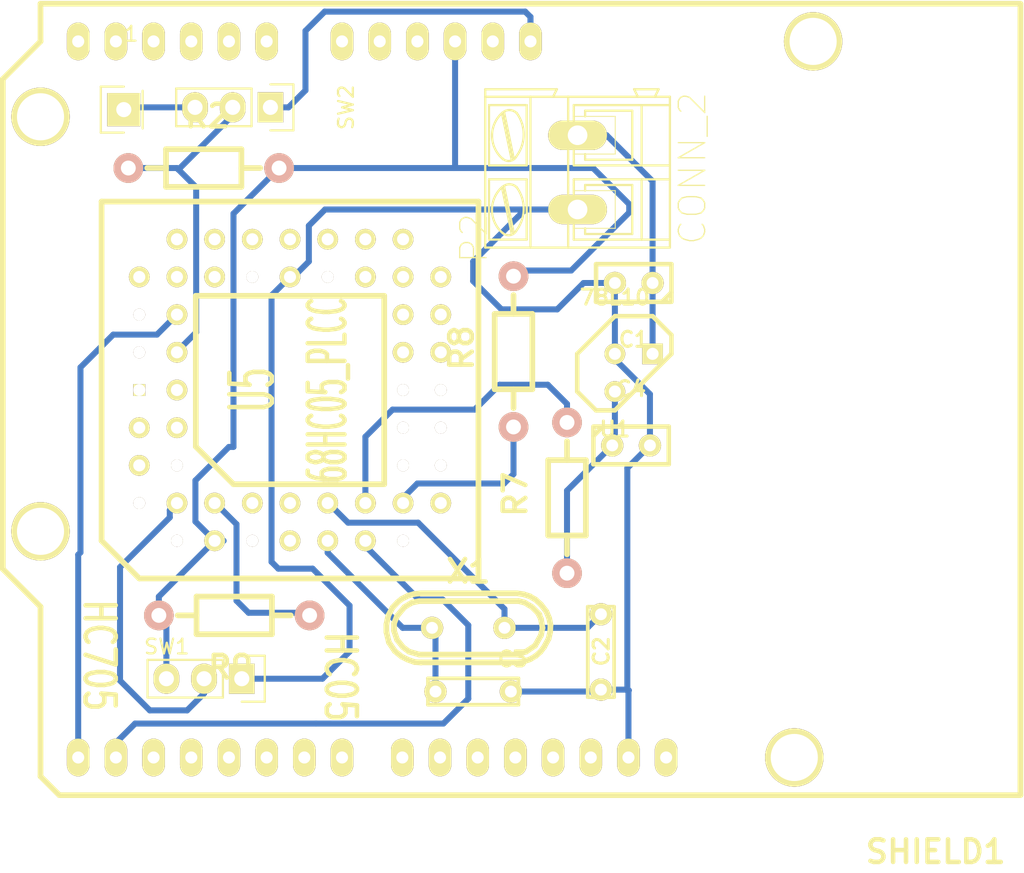
<source format=kicad_pcb>
(kicad_pcb (version 4) (host pcbnew 0.201503020946+5465~21~ubuntu14.04.1-product)

  (general
    (links 33)
    (no_connects 2)
    (area 106.997499 75.2642 176.526 134.3914)
    (thickness 1.6002)
    (drawings 2)
    (tracks 151)
    (zones 0)
    (modules 16)
    (nets 16)
  )

  (page A4)
  (title_block
    (date "25 jun 2014")
  )

  (layers
    (0 Front signal)
    (31 Back signal)
    (32 B.Adhes user)
    (33 F.Adhes user)
    (34 B.Paste user)
    (35 F.Paste user)
    (36 B.SilkS user)
    (37 F.SilkS user)
    (38 B.Mask user)
    (39 F.Mask user)
    (40 Dwgs.User user)
    (41 Cmts.User user)
    (42 Eco1.User user)
    (43 Eco2.User user)
    (44 Edge.Cuts user)
  )

  (setup
    (last_trace_width 0.40386)
    (trace_clearance 0.254)
    (zone_clearance 0.128)
    (zone_45_only yes)
    (trace_min 0.2032)
    (segment_width 0.381)
    (edge_width 0.381)
    (via_size 2.4)
    (via_drill 1.2)
    (via_min_size 0.889)
    (via_min_drill 0.508)
    (uvia_size 2.4)
    (uvia_drill 1.2)
    (uvias_allowed no)
    (uvia_min_size 0.508)
    (uvia_min_drill 0.127)
    (pcb_text_width 0.3048)
    (pcb_text_size 1.524 2.032)
    (mod_edge_width 0.381)
    (mod_text_size 1.524 1.524)
    (mod_text_width 0.3048)
    (pad_size 0.8 0.8)
    (pad_drill 0.8)
    (pad_to_mask_clearance 0.254)
    (aux_axis_origin 0 0)
    (visible_elements FFFFFF7F)
    (pcbplotparams
      (layerselection 0x00030_80000001)
      (usegerberextensions true)
      (excludeedgelayer true)
      (linewidth 0.150000)
      (plotframeref false)
      (viasonmask false)
      (mode 1)
      (useauxorigin false)
      (hpglpennumber 1)
      (hpglpenspeed 20)
      (hpglpendiameter 15)
      (hpglpenoverlay 0)
      (psnegative false)
      (psa4output false)
      (plotreference true)
      (plotvalue true)
      (plotinvisibletext false)
      (padsonsilk false)
      (subtractmaskfromsilk false)
      (outputformat 1)
      (mirror false)
      (drillshape 1)
      (scaleselection 1)
      (outputdirectory ""))
  )

  (net 0 "")
  (net 1 +10V)
  (net 2 +5V)
  (net 3 GND)
  (net 4 Reset)
  (net 5 Rx)
  (net 6 "Net-(C1-Pad1)")
  (net 7 "Net-(C2-Pad2)")
  (net 8 "Net-(C3-Pad2)")
  (net 9 "Net-(R7-Pad2)")
  (net 10 "Net-(R8-Pad1)")
  (net 11 "Net-(R9-Pad1)")
  (net 12 "Net-(SW1-Pad2)")
  (net 13 "Net-(P1-Pad1)")
  (net 14 arduino_reset)
  (net 15 TX)

  (net_class Default "This is the default net class."
    (clearance 0.254)
    (trace_width 0.40386)
    (via_dia 2.4)
    (via_drill 1.2)
    (uvia_dia 2.4)
    (uvia_drill 1.2)
    (add_net +10V)
    (add_net +5V)
    (add_net GND)
    (add_net "Net-(C1-Pad1)")
    (add_net "Net-(C2-Pad2)")
    (add_net "Net-(C3-Pad2)")
    (add_net "Net-(P1-Pad1)")
    (add_net "Net-(R7-Pad2)")
    (add_net "Net-(R8-Pad1)")
    (add_net "Net-(R9-Pad1)")
    (add_net "Net-(SW1-Pad2)")
    (add_net Reset)
    (add_net Rx)
    (add_net TX)
    (add_net arduino_reset)
  )

  (module Capacitors_ThroughHole:Capacitor3MMDiscRM2.5 (layer Front) (tedit 542EA908) (tstamp 542EA9A8)
    (at 149.9616 94.5896 180)
    (descr Capacitor3MMDiscRM2.5)
    (tags C)
    (path /52DAF214)
    (fp_text reference C1 (at 0 -3.81 180) (layer F.SilkS)
      (effects (font (size 1.016 1.016) (thickness 0.2032)))
    )
    (fp_text value 100n (at 0 -2.286 180) (layer F.SilkS) hide
      (effects (font (size 1.016 1.016) (thickness 0.2032)))
    )
    (fp_line (start -2.4892 -1.27) (end 2.54 -1.27) (layer F.SilkS) (width 0.3048))
    (fp_line (start 2.54 -1.27) (end 2.54 1.27) (layer F.SilkS) (width 0.3048))
    (fp_line (start 2.54 1.27) (end -2.54 1.27) (layer F.SilkS) (width 0.3048))
    (fp_line (start -2.54 1.27) (end -2.54 -1.27) (layer F.SilkS) (width 0.3048))
    (fp_line (start -2.54 -0.635) (end -1.905 -1.27) (layer F.SilkS) (width 0.3048))
    (pad 1 thru_hole circle (at -1.27 0 180) (size 1.50114 1.50114) (drill 0.8001) (layers *.Cu *.Mask F.SilkS)
      (net 6 "Net-(C1-Pad1)"))
    (pad 2 thru_hole circle (at 1.27 0 180) (size 1.50114 1.50114) (drill 0.8001) (layers *.Cu *.Mask F.SilkS)
      (net 3 GND))
    (model discret/Capacitor/Capacitor3MMDiscRM2.5.wrl
      (at (xyz 0 0 0))
      (scale (xyz 1 1 1))
      (rotate (xyz 0 0 0))
    )
  )

  (module Capacitors_ThroughHole:Capacitor6MMDiscRM5 (layer Front) (tedit 5453C26E) (tstamp 542EA9B2)
    (at 147.7518 119.4562 90)
    (descr "Capacitor 6MM Disc RM 5MM")
    (tags C)
    (path /52DC2429)
    (fp_text reference C2 (at 0.04064 0.03048 90) (layer F.SilkS)
      (effects (font (size 1.016 1.016) (thickness 0.2032)))
    )
    (fp_text value 22p (at 0 -2.286 90) (layer F.SilkS) hide
      (effects (font (size 1.016 1.016) (thickness 0.2032)))
    )
    (fp_line (start -3.048 -0.889) (end -3.048 0.889) (layer F.SilkS) (width 0.24892))
    (fp_line (start -3.048 0.889) (end 3.048 0.889) (layer F.SilkS) (width 0.24892))
    (fp_line (start 3.048 0.889) (end 3.048 -0.889) (layer F.SilkS) (width 0.24892))
    (fp_line (start 3.048 -0.889) (end -3.048 -0.889) (layer F.SilkS) (width 0.24892))
    (pad 1 thru_hole circle (at -2.54 0 90) (size 1.50114 1.50114) (drill 0.8001) (layers *.Cu *.Mask F.SilkS)
      (net 3 GND))
    (pad 2 thru_hole circle (at 2.54 0 90) (size 1.50114 1.50114) (drill 0.8001) (layers *.Cu *.Mask F.SilkS)
      (net 7 "Net-(C2-Pad2)"))
    (model discret/Capacitor/Capacitor6MMDiscRM5.wrl
      (at (xyz 0 0 0))
      (scale (xyz 1 1 1))
      (rotate (xyz 0 0 0))
    )
  )

  (module Capacitors_ThroughHole:Capacitor6MMDiscRM5 (layer Front) (tedit 54F86871) (tstamp 542EA9BB)
    (at 139.1412 122.1232 180)
    (descr "Capacitor 6MM Disc RM 5MM")
    (tags C)
    (path /52DC2436)
    (fp_text reference C3 (at -2.667 2.1844 180) (layer F.SilkS)
      (effects (font (size 1.016 1.016) (thickness 0.2032)))
    )
    (fp_text value 22p (at 0 -2.286 180) (layer F.SilkS) hide
      (effects (font (size 1.016 1.016) (thickness 0.2032)))
    )
    (fp_line (start -3.048 -0.889) (end -3.048 0.889) (layer F.SilkS) (width 0.24892))
    (fp_line (start -3.048 0.889) (end 3.048 0.889) (layer F.SilkS) (width 0.24892))
    (fp_line (start 3.048 0.889) (end 3.048 -0.889) (layer F.SilkS) (width 0.24892))
    (fp_line (start 3.048 -0.889) (end -3.048 -0.889) (layer F.SilkS) (width 0.24892))
    (pad 1 thru_hole circle (at -2.54 0 180) (size 1.50114 1.50114) (drill 0.8001) (layers *.Cu *.Mask F.SilkS)
      (net 3 GND))
    (pad 2 thru_hole circle (at 2.54 0 180) (size 1.50114 1.50114) (drill 0.8001) (layers *.Cu *.Mask F.SilkS)
      (net 8 "Net-(C3-Pad2)"))
    (model discret/Capacitor/Capacitor6MMDiscRM5.wrl
      (at (xyz 0 0 0))
      (scale (xyz 1 1 1))
      (rotate (xyz 0 0 0))
    )
  )

  (module Capacitors_ThroughHole:Capacitor3MMDiscRM2.5 (layer Front) (tedit 542EA908) (tstamp 542EA9C4)
    (at 149.7838 105.537)
    (descr Capacitor3MMDiscRM2.5)
    (tags C)
    (path /52DC255A)
    (fp_text reference C4 (at 0 -3.81) (layer F.SilkS)
      (effects (font (size 1.016 1.016) (thickness 0.2032)))
    )
    (fp_text value 100n (at 0 -2.286) (layer F.SilkS) hide
      (effects (font (size 1.016 1.016) (thickness 0.2032)))
    )
    (fp_line (start -2.4892 -1.27) (end 2.54 -1.27) (layer F.SilkS) (width 0.3048))
    (fp_line (start 2.54 -1.27) (end 2.54 1.27) (layer F.SilkS) (width 0.3048))
    (fp_line (start 2.54 1.27) (end -2.54 1.27) (layer F.SilkS) (width 0.3048))
    (fp_line (start -2.54 1.27) (end -2.54 -1.27) (layer F.SilkS) (width 0.3048))
    (fp_line (start -2.54 -0.635) (end -1.905 -1.27) (layer F.SilkS) (width 0.3048))
    (pad 1 thru_hole circle (at -1.27 0) (size 1.50114 1.50114) (drill 0.8001) (layers *.Cu *.Mask F.SilkS)
      (net 1 +10V))
    (pad 2 thru_hole circle (at 1.27 0) (size 1.50114 1.50114) (drill 0.8001) (layers *.Cu *.Mask F.SilkS)
      (net 3 GND))
    (model discret/Capacitor/Capacitor3MMDiscRM2.5.wrl
      (at (xyz 0 0 0))
      (scale (xyz 1 1 1))
      (rotate (xyz 0 0 0))
    )
  )

  (module Connect:AK300-2 (layer Front) (tedit 542EA908) (tstamp 542EAA5D)
    (at 146.177 87.122 90)
    (descr CONNECTOR)
    (tags CONNECTOR)
    (path /52DBDB8E)
    (attr virtual)
    (fp_text reference P2 (at -4.445 -6.985 90) (layer F.SilkS)
      (effects (font (size 1.778 1.778) (thickness 0.0889)))
    )
    (fp_text value CONN_2 (at 0.254 7.747 90) (layer F.SilkS)
      (effects (font (size 1.778 1.778) (thickness 0.0889)))
    )
    (fp_line (start -3.7846 2.54) (end -1.2446 2.54) (layer F.SilkS) (width 0.06604))
    (fp_line (start -1.2446 2.54) (end -1.2446 -0.254) (layer F.SilkS) (width 0.06604))
    (fp_line (start -3.7846 -0.254) (end -1.2446 -0.254) (layer F.SilkS) (width 0.06604))
    (fp_line (start -3.7846 2.54) (end -3.7846 -0.254) (layer F.SilkS) (width 0.06604))
    (fp_line (start 1.2192 2.54) (end 3.7592 2.54) (layer F.SilkS) (width 0.06604))
    (fp_line (start 3.7592 2.54) (end 3.7592 -0.254) (layer F.SilkS) (width 0.06604))
    (fp_line (start 1.2192 -0.254) (end 3.7592 -0.254) (layer F.SilkS) (width 0.06604))
    (fp_line (start 1.2192 2.54) (end 1.2192 -0.254) (layer F.SilkS) (width 0.06604))
    (fp_line (start 5.08 -6.223) (end 5.08 -3.175) (layer F.SilkS) (width 0.1524))
    (fp_line (start 5.08 -6.223) (end -5.08 -6.223) (layer F.SilkS) (width 0.1524))
    (fp_line (start 5.08 -6.223) (end 5.588 -6.223) (layer F.SilkS) (width 0.1524))
    (fp_line (start 5.588 -6.223) (end 5.588 -1.397) (layer F.SilkS) (width 0.1524))
    (fp_line (start 5.588 -1.397) (end 5.08 -1.651) (layer F.SilkS) (width 0.1524))
    (fp_line (start 5.588 5.461) (end 5.08 5.207) (layer F.SilkS) (width 0.1524))
    (fp_line (start 5.08 5.207) (end 5.08 6.223) (layer F.SilkS) (width 0.1524))
    (fp_line (start 5.588 3.81) (end 5.08 4.064) (layer F.SilkS) (width 0.1524))
    (fp_line (start 5.08 4.064) (end 5.08 5.207) (layer F.SilkS) (width 0.1524))
    (fp_line (start 5.588 3.81) (end 5.588 5.461) (layer F.SilkS) (width 0.1524))
    (fp_line (start 0.4572 6.223) (end 0.4572 4.318) (layer F.SilkS) (width 0.1524))
    (fp_line (start 4.5212 -0.254) (end 4.5212 4.318) (layer F.SilkS) (width 0.1524))
    (fp_line (start 0.4572 6.223) (end 4.5212 6.223) (layer F.SilkS) (width 0.1524))
    (fp_line (start 4.5212 6.223) (end 5.08 6.223) (layer F.SilkS) (width 0.1524))
    (fp_line (start -0.4826 6.223) (end -0.4826 4.318) (layer F.SilkS) (width 0.1524))
    (fp_line (start -0.4826 6.223) (end 0.4572 6.223) (layer F.SilkS) (width 0.1524))
    (fp_line (start -4.5466 -0.254) (end -4.5466 4.318) (layer F.SilkS) (width 0.1524))
    (fp_line (start -5.08 6.223) (end -4.5466 6.223) (layer F.SilkS) (width 0.1524))
    (fp_line (start -4.5466 6.223) (end -0.4826 6.223) (layer F.SilkS) (width 0.1524))
    (fp_line (start 0.4572 4.318) (end 4.5212 4.318) (layer F.SilkS) (width 0.1524))
    (fp_line (start 0.4572 4.318) (end 0.4572 -0.254) (layer F.SilkS) (width 0.1524))
    (fp_line (start 4.5212 4.318) (end 4.5212 6.223) (layer F.SilkS) (width 0.1524))
    (fp_line (start -0.4826 4.318) (end -4.5466 4.318) (layer F.SilkS) (width 0.1524))
    (fp_line (start -0.4826 4.318) (end -0.4826 -0.254) (layer F.SilkS) (width 0.1524))
    (fp_line (start -4.5466 4.318) (end -4.5466 6.223) (layer F.SilkS) (width 0.1524))
    (fp_line (start 4.1402 3.683) (end 4.1402 0.508) (layer F.SilkS) (width 0.1524))
    (fp_line (start 4.1402 3.683) (end 0.8382 3.683) (layer F.SilkS) (width 0.1524))
    (fp_line (start 0.8382 3.683) (end 0.8382 0.508) (layer F.SilkS) (width 0.1524))
    (fp_line (start -0.8636 3.683) (end -0.8636 0.508) (layer F.SilkS) (width 0.1524))
    (fp_line (start -0.8636 3.683) (end -4.1656 3.683) (layer F.SilkS) (width 0.1524))
    (fp_line (start -4.1656 3.683) (end -4.1656 0.508) (layer F.SilkS) (width 0.1524))
    (fp_line (start -4.1656 0.508) (end -3.7846 0.508) (layer F.SilkS) (width 0.1524))
    (fp_line (start -0.8636 0.508) (end -1.2446 0.508) (layer F.SilkS) (width 0.1524))
    (fp_line (start 0.8382 0.508) (end 1.2192 0.508) (layer F.SilkS) (width 0.1524))
    (fp_line (start 4.1402 0.508) (end 3.7592 0.508) (layer F.SilkS) (width 0.1524))
    (fp_line (start -5.08 6.223) (end -5.08 -0.635) (layer F.SilkS) (width 0.1524))
    (fp_line (start -5.08 -0.635) (end -5.08 -3.175) (layer F.SilkS) (width 0.1524))
    (fp_line (start 5.08 -1.651) (end 5.08 -0.635) (layer F.SilkS) (width 0.1524))
    (fp_line (start 5.08 -0.635) (end 5.08 4.064) (layer F.SilkS) (width 0.1524))
    (fp_line (start -5.08 -3.175) (end 5.08 -3.175) (layer F.SilkS) (width 0.1524))
    (fp_line (start -5.08 -3.175) (end -5.08 -6.223) (layer F.SilkS) (width 0.1524))
    (fp_line (start 5.08 -3.175) (end 5.08 -1.651) (layer F.SilkS) (width 0.1524))
    (fp_line (start 0.4572 -3.429) (end 0.4572 -5.969) (layer F.SilkS) (width 0.1524))
    (fp_line (start 0.4572 -5.969) (end 4.5212 -5.969) (layer F.SilkS) (width 0.1524))
    (fp_line (start 4.5212 -5.969) (end 4.5212 -3.429) (layer F.SilkS) (width 0.1524))
    (fp_line (start 4.5212 -3.429) (end 0.4572 -3.429) (layer F.SilkS) (width 0.1524))
    (fp_line (start -0.4826 -3.429) (end -0.4826 -5.969) (layer F.SilkS) (width 0.1524))
    (fp_line (start -0.4826 -3.429) (end -4.5466 -3.429) (layer F.SilkS) (width 0.1524))
    (fp_line (start -4.5466 -3.429) (end -4.5466 -5.969) (layer F.SilkS) (width 0.1524))
    (fp_line (start -0.4826 -5.969) (end -4.5466 -5.969) (layer F.SilkS) (width 0.1524))
    (fp_line (start 0.8636 -4.445) (end 3.9116 -5.08) (layer F.SilkS) (width 0.1524))
    (fp_line (start 0.9906 -4.318) (end 4.0386 -4.953) (layer F.SilkS) (width 0.1524))
    (fp_line (start -4.1402 -4.445) (end -1.08966 -5.08) (layer F.SilkS) (width 0.1524))
    (fp_line (start -4.0132 -4.318) (end -0.9652 -4.953) (layer F.SilkS) (width 0.1524))
    (fp_line (start -4.5466 -0.254) (end -4.1656 -0.254) (layer F.SilkS) (width 0.1524))
    (fp_line (start -0.4826 -0.254) (end -0.8636 -0.254) (layer F.SilkS) (width 0.1524))
    (fp_line (start -0.8636 -0.254) (end -4.1656 -0.254) (layer F.SilkS) (width 0.1524))
    (fp_line (start -5.08 -0.635) (end -4.1656 -0.635) (layer F.SilkS) (width 0.1524))
    (fp_line (start -4.1656 -0.635) (end -0.8636 -0.635) (layer F.SilkS) (width 0.1524))
    (fp_line (start -0.8636 -0.635) (end 0.8382 -0.635) (layer F.SilkS) (width 0.1524))
    (fp_line (start 5.08 -0.635) (end 4.1402 -0.635) (layer F.SilkS) (width 0.1524))
    (fp_line (start 4.1402 -0.635) (end 0.8382 -0.635) (layer F.SilkS) (width 0.1524))
    (fp_line (start 4.5212 -0.254) (end 4.1402 -0.254) (layer F.SilkS) (width 0.1524))
    (fp_line (start 0.4572 -0.254) (end 0.8382 -0.254) (layer F.SilkS) (width 0.1524))
    (fp_line (start 0.8382 -0.254) (end 4.1402 -0.254) (layer F.SilkS) (width 0.1524))
    (fp_arc (start 3.5052 -4.59486) (end 4.01066 -5.05206) (angle 90.5) (layer F.SilkS) (width 0.1524))
    (fp_arc (start 2.54 -6.0706) (end 4.00304 -4.11734) (angle 75.5) (layer F.SilkS) (width 0.1524))
    (fp_arc (start 2.46126 -3.7084) (end 0.8636 -5.0038) (angle 100) (layer F.SilkS) (width 0.1524))
    (fp_arc (start 1.3462 -4.64566) (end 1.05664 -4.1275) (angle 104.2) (layer F.SilkS) (width 0.1524))
    (fp_arc (start -1.4986 -4.59486) (end -0.9906 -5.05206) (angle 90.5) (layer F.SilkS) (width 0.1524))
    (fp_arc (start -2.46126 -6.0706) (end -0.99822 -4.11734) (angle 75.5) (layer F.SilkS) (width 0.1524))
    (fp_arc (start -2.53746 -3.7084) (end -4.1402 -5.0038) (angle 100) (layer F.SilkS) (width 0.1524))
    (fp_arc (start -3.6576 -4.64566) (end -3.94462 -4.1275) (angle 104.2) (layer F.SilkS) (width 0.1524))
    (pad 1 thru_hole oval (at -2.5146 0 90) (size 1.9812 3.9624) (drill 1.3208) (layers *.Cu F.Paste F.SilkS F.Mask)
      (net 3 GND))
    (pad 2 thru_hole oval (at 2.4892 0 90) (size 1.9812 3.9624) (drill 1.3208) (layers *.Cu F.Paste F.SilkS F.Mask)
      (net 6 "Net-(C1-Pad1)"))
  )

  (module my_modules:TO92-STABIL (layer Front) (tedit 54258EBF) (tstamp 542EAB3C)
    (at 149.9616 100.6348)
    (descr "Transistor TO92 brochage type BC237")
    (tags "TR TO92")
    (path /52DAF3B7)
    (fp_text reference U1 (at -1.27 3.81) (layer F.SilkS)
      (effects (font (size 1.016 1.016) (thickness 0.2032)))
    )
    (fp_text value 78L10 (at -1.27 -5.08) (layer F.SilkS)
      (effects (font (size 1.016 1.016) (thickness 0.2032)))
    )
    (fp_line (start -1.27 2.54) (end 2.54 -1.27) (layer F.SilkS) (width 0.3048))
    (fp_line (start 2.54 -1.27) (end 2.54 -2.54) (layer F.SilkS) (width 0.3048))
    (fp_line (start 2.54 -2.54) (end 1.27 -3.81) (layer F.SilkS) (width 0.3048))
    (fp_line (start 1.27 -3.81) (end -1.27 -3.81) (layer F.SilkS) (width 0.3048))
    (fp_line (start -1.27 -3.81) (end -3.81 -1.27) (layer F.SilkS) (width 0.3048))
    (fp_line (start -3.81 -1.27) (end -3.81 1.27) (layer F.SilkS) (width 0.3048))
    (fp_line (start -3.81 1.27) (end -2.54 2.54) (layer F.SilkS) (width 0.3048))
    (fp_line (start -2.54 2.54) (end -1.27 2.54) (layer F.SilkS) (width 0.3048))
    (pad VI thru_hole rect (at 1.27 -1.27) (size 1.397 1.397) (drill 0.8128) (layers *.Cu *.Mask F.SilkS)
      (net 6 "Net-(C1-Pad1)"))
    (pad GND thru_hole circle (at -1.27 -1.27) (size 1.397 1.397) (drill 0.8128) (layers *.Cu *.Mask F.SilkS)
      (net 3 GND))
    (pad VO thru_hole circle (at -1.27 1.27) (size 1.397 1.397) (drill 0.8128) (layers *.Cu *.Mask F.SilkS)
      (net 1 +10V))
    (model discret/to98.wrl
      (at (xyz 0 0 0))
      (scale (xyz 1 1 1))
      (rotate (xyz 0 0 0))
    )
  )

  (module Sockets:PLCC52 (layer Front) (tedit 54F867ED) (tstamp 542EAB91)
    (at 126.7968 101.8032 90)
    (descr "Support Plcc 52 pins, pads ronds")
    (tags PLCC)
    (path /52DAF363)
    (fp_text reference U5 (at 0 -2.54 90) (layer F.SilkS)
      (effects (font (size 2.8575 1.50622) (thickness 0.3048)))
    )
    (fp_text value 68HC05_PLCC (at 0 2.54 90) (layer F.SilkS)
      (effects (font (size 2.47904 1.1938) (thickness 0.3048)))
    )
    (fp_line (start -3.81 -6.35) (end -6.35 -3.81) (layer F.SilkS) (width 0.381))
    (fp_line (start -6.35 -3.81) (end -6.35 6.35) (layer F.SilkS) (width 0.381))
    (fp_line (start -6.35 6.35) (end 6.35 6.35) (layer F.SilkS) (width 0.381))
    (fp_line (start 6.35 6.35) (end 6.35 -6.35) (layer F.SilkS) (width 0.381))
    (fp_line (start 6.35 -6.35) (end -3.81 -6.35) (layer F.SilkS) (width 0.381))
    (fp_line (start -12.7 12.7) (end -12.7 -10.16) (layer F.SilkS) (width 0.381))
    (fp_line (start -12.7 -10.16) (end -10.16 -12.7) (layer F.SilkS) (width 0.381))
    (fp_line (start -10.16 -12.7) (end 12.7 -12.7) (layer F.SilkS) (width 0.381))
    (fp_line (start 12.7 -12.7) (end 12.7 12.7) (layer F.SilkS) (width 0.381))
    (fp_line (start 12.7 12.7) (end -12.7 12.7) (layer F.SilkS) (width 0.381))
    (pad 1 thru_hole rect (at 0 -10.16 90) (size 0.8 0.8) (drill 0.8) (layers *.Cu *.Mask F.SilkS))
    (pad 2 thru_hole circle (at 0 -7.62 90) (size 1.397 1.397) (drill 0.8128) (layers *.Cu *.Mask F.SilkS))
    (pad 3 thru_hole circle (at -2.54 -10.16 90) (size 1.397 1.397) (drill 0.8128) (layers *.Cu *.Mask F.SilkS))
    (pad 4 thru_hole circle (at -2.54 -7.62 90) (size 1.397 1.397) (drill 0.8128) (layers *.Cu *.Mask F.SilkS))
    (pad 5 thru_hole circle (at -5.08 -10.16 90) (size 1.397 1.397) (drill 0.8128) (layers *.Cu *.Mask F.SilkS))
    (pad 6 thru_hole circle (at -5.08 -7.62 90) (size 0.8 0.8) (drill 0.8) (layers *.Cu *.Mask F.SilkS))
    (pad 7 thru_hole circle (at -7.62 -10.16 90) (size 0.8 0.8) (drill 0.8) (layers *.Cu *.Mask F.SilkS))
    (pad 8 thru_hole circle (at -10.16 -7.62 90) (size 0.8 0.8) (drill 0.8) (layers *.Cu *.Mask F.SilkS))
    (pad 9 thru_hole circle (at -7.62 -7.62 90) (size 1.397 1.397) (drill 0.8128) (layers *.Cu *.Mask F.SilkS)
      (net 12 "Net-(SW1-Pad2)"))
    (pad 10 thru_hole circle (at -10.16 -5.08 90) (size 1.397 1.397) (drill 0.8128) (layers *.Cu *.Mask F.SilkS)
      (net 2 +5V))
    (pad 11 thru_hole circle (at -7.62 -5.08 90) (size 1.397 1.397) (drill 0.8128) (layers *.Cu *.Mask F.SilkS)
      (net 11 "Net-(R9-Pad1)"))
    (pad 12 thru_hole circle (at -10.16 -2.54 90) (size 0.8 0.8) (drill 0.8) (layers *.Cu *.Mask F.SilkS))
    (pad 13 thru_hole circle (at -7.62 -2.54 90) (size 1.397 1.397) (drill 0.8128) (layers *.Cu *.Mask F.SilkS))
    (pad 14 thru_hole circle (at -10.16 0 90) (size 1.397 1.397) (drill 0.8128) (layers *.Cu *.Mask F.SilkS))
    (pad 15 thru_hole circle (at -7.62 0 90) (size 1.397 1.397) (drill 0.8128) (layers *.Cu *.Mask F.SilkS))
    (pad 16 thru_hole circle (at -10.16 2.54 90) (size 1.397 1.397) (drill 0.8128) (layers *.Cu *.Mask F.SilkS)
      (net 8 "Net-(C3-Pad2)"))
    (pad 17 thru_hole circle (at -7.62 2.54 90) (size 1.397 1.397) (drill 0.8128) (layers *.Cu *.Mask F.SilkS)
      (net 7 "Net-(C2-Pad2)"))
    (pad 18 thru_hole circle (at -10.16 5.08 90) (size 1.397 1.397) (drill 0.8128) (layers *.Cu *.Mask F.SilkS)
      (net 15 TX))
    (pad 19 thru_hole circle (at -7.62 5.08 90) (size 1.397 1.397) (drill 0.8128) (layers *.Cu *.Mask F.SilkS)
      (net 9 "Net-(R7-Pad2)"))
    (pad 20 thru_hole circle (at -10.16 7.62 90) (size 0.8 0.8) (drill 0.8) (layers *.Cu *.Mask F.SilkS))
    (pad 21 thru_hole circle (at -7.62 10.16 90) (size 1.397 1.397) (drill 0.8128) (layers *.Cu *.Mask F.SilkS))
    (pad 22 thru_hole circle (at -7.62 7.62 90) (size 1.397 1.397) (drill 0.8128) (layers *.Cu *.Mask F.SilkS)
      (net 10 "Net-(R8-Pad1)"))
    (pad 23 thru_hole circle (at -5.08 10.16 90) (size 0.8 0.8) (drill 0.8) (layers *.Cu *.Mask F.SilkS))
    (pad 24 thru_hole circle (at -5.08 7.62 90) (size 0.8 0.8) (drill 0.8) (layers *.Cu *.Mask F.SilkS))
    (pad 25 thru_hole circle (at -2.54 10.16 90) (size 0.8 0.8) (drill 0.8) (layers *.Cu *.Mask F.SilkS))
    (pad 26 thru_hole circle (at -2.54 7.62 90) (size 0.8 0.8) (drill 0.8) (layers *.Cu *.Mask F.SilkS))
    (pad 27 thru_hole circle (at 0 10.16 90) (size 0.8 0.8) (drill 0.8) (layers *.Cu *.Mask F.SilkS))
    (pad 28 thru_hole circle (at 0 7.62 90) (size 0.8 0.8) (drill 0.8) (layers *.Cu *.Mask F.SilkS))
    (pad 29 thru_hole circle (at 2.54 10.16 90) (size 1.397 1.397) (drill 0.8128) (layers *.Cu *.Mask F.SilkS))
    (pad 30 thru_hole circle (at 2.54 7.62 90) (size 1.397 1.397) (drill 0.8128) (layers *.Cu *.Mask F.SilkS))
    (pad 31 thru_hole circle (at 5.08 10.16 90) (size 1.397 1.397) (drill 0.8128) (layers *.Cu *.Mask F.SilkS))
    (pad 32 thru_hole circle (at 5.08 7.62 90) (size 1.397 1.397) (drill 0.8128) (layers *.Cu *.Mask F.SilkS))
    (pad 33 thru_hole circle (at 7.62 10.16 90) (size 1.397 1.397) (drill 0.8128) (layers *.Cu *.Mask F.SilkS))
    (pad 34 thru_hole circle (at 10.16 7.62 90) (size 1.397 1.397) (drill 0.8128) (layers *.Cu *.Mask F.SilkS))
    (pad 35 thru_hole circle (at 7.62 7.62 90) (size 1.397 1.397) (drill 0.8128) (layers *.Cu *.Mask F.SilkS))
    (pad 36 thru_hole circle (at 10.16 5.08 90) (size 1.397 1.397) (drill 0.8128) (layers *.Cu *.Mask F.SilkS))
    (pad 37 thru_hole circle (at 7.62 5.08 90) (size 1.397 1.397) (drill 0.8128) (layers *.Cu *.Mask F.SilkS))
    (pad 38 thru_hole circle (at 10.16 2.54 90) (size 1.397 1.397) (drill 0.8128) (layers *.Cu *.Mask F.SilkS))
    (pad 39 thru_hole circle (at 7.62 2.54 90) (size 0.8 0.8) (drill 0.8) (layers *.Cu *.Mask F.SilkS))
    (pad 40 thru_hole circle (at 10.16 0 90) (size 1.397 1.397) (drill 0.8128) (layers *.Cu *.Mask F.SilkS))
    (pad 41 thru_hole circle (at 7.62 0 90) (size 1.397 1.397) (drill 0.8128) (layers *.Cu *.Mask F.SilkS)
      (net 3 GND))
    (pad 42 thru_hole circle (at 10.16 -2.54 90) (size 1.397 1.397) (drill 0.8128) (layers *.Cu *.Mask F.SilkS))
    (pad 43 thru_hole circle (at 7.62 -2.54 90) (size 0.8 0.8) (drill 0.8) (layers *.Cu *.Mask F.SilkS))
    (pad 44 thru_hole circle (at 10.16 -5.08 90) (size 1.397 1.397) (drill 0.8128) (layers *.Cu *.Mask F.SilkS))
    (pad 45 thru_hole circle (at 7.62 -5.08 90) (size 1.397 1.397) (drill 0.8128) (layers *.Cu *.Mask F.SilkS))
    (pad 46 thru_hole circle (at 10.16 -7.62 90) (size 1.397 1.397) (drill 0.8128) (layers *.Cu *.Mask F.SilkS))
    (pad 47 thru_hole circle (at 7.62 -10.16 90) (size 1.397 1.397) (drill 0.8128) (layers *.Cu *.Mask F.SilkS))
    (pad 48 thru_hole circle (at 7.62 -7.62 90) (size 1.397 1.397) (drill 0.8128) (layers *.Cu *.Mask F.SilkS))
    (pad 49 thru_hole circle (at 5.08 -10.16 90) (size 0.8 0.8) (drill 0.8) (layers *.Cu *.Mask F.SilkS))
    (pad 50 thru_hole circle (at 5.08 -7.62 90) (size 1.397 1.397) (drill 0.8128) (layers *.Cu *.Mask F.SilkS)
      (net 5 Rx))
    (pad 51 thru_hole circle (at 2.54 -10.16 90) (size 0.8 0.8) (drill 0.8) (layers *.Cu *.Mask F.SilkS))
    (pad 52 thru_hole circle (at 2.54 -7.62 90) (size 1.397 1.397) (drill 0.8128) (layers *.Cu *.Mask F.SilkS)
      (net 4 Reset))
  )

  (module Crystals:Crystal_HC49-U_Vertical (layer Front) (tedit 542EA907) (tstamp 542EABD2)
    (at 138.811 117.8306)
    (descr "Crystal, Quarz, HC49/U, vertical, stehend,")
    (tags "Crystal, Quarz, HC49/U, vertical, stehend,")
    (path /52DC241C)
    (fp_text reference X1 (at 0 -3.81) (layer F.SilkS)
      (effects (font (thickness 0.3048)))
    )
    (fp_text value 4Mhz (at 0 3.81) (layer F.SilkS) hide
      (effects (font (thickness 0.3048)))
    )
    (fp_line (start 4.699 -1.00076) (end 4.89966 -0.59944) (layer F.SilkS) (width 0.381))
    (fp_line (start 4.89966 -0.59944) (end 5.00126 0) (layer F.SilkS) (width 0.381))
    (fp_line (start 5.00126 0) (end 4.89966 0.50038) (layer F.SilkS) (width 0.381))
    (fp_line (start 4.89966 0.50038) (end 4.50088 1.19888) (layer F.SilkS) (width 0.381))
    (fp_line (start 4.50088 1.19888) (end 3.8989 1.6002) (layer F.SilkS) (width 0.381))
    (fp_line (start 3.8989 1.6002) (end 3.29946 1.80086) (layer F.SilkS) (width 0.381))
    (fp_line (start 3.29946 1.80086) (end -3.29946 1.80086) (layer F.SilkS) (width 0.381))
    (fp_line (start -3.29946 1.80086) (end -4.0005 1.6002) (layer F.SilkS) (width 0.381))
    (fp_line (start -4.0005 1.6002) (end -4.39928 1.30048) (layer F.SilkS) (width 0.381))
    (fp_line (start -4.39928 1.30048) (end -4.8006 0.8001) (layer F.SilkS) (width 0.381))
    (fp_line (start -4.8006 0.8001) (end -5.00126 0.20066) (layer F.SilkS) (width 0.381))
    (fp_line (start -5.00126 0.20066) (end -5.00126 -0.29972) (layer F.SilkS) (width 0.381))
    (fp_line (start -5.00126 -0.29972) (end -4.8006 -0.8001) (layer F.SilkS) (width 0.381))
    (fp_line (start -4.8006 -0.8001) (end -4.30022 -1.39954) (layer F.SilkS) (width 0.381))
    (fp_line (start -4.30022 -1.39954) (end -3.79984 -1.69926) (layer F.SilkS) (width 0.381))
    (fp_line (start -3.79984 -1.69926) (end -3.29946 -1.80086) (layer F.SilkS) (width 0.381))
    (fp_line (start -3.2004 -1.80086) (end 3.40106 -1.80086) (layer F.SilkS) (width 0.381))
    (fp_line (start 3.40106 -1.80086) (end 3.79984 -1.69926) (layer F.SilkS) (width 0.381))
    (fp_line (start 3.79984 -1.69926) (end 4.30022 -1.39954) (layer F.SilkS) (width 0.381))
    (fp_line (start 4.30022 -1.39954) (end 4.8006 -0.89916) (layer F.SilkS) (width 0.381))
    (fp_line (start -3.19024 -2.32918) (end -3.64998 -2.28092) (layer F.SilkS) (width 0.381))
    (fp_line (start -3.64998 -2.28092) (end -4.04876 -2.16916) (layer F.SilkS) (width 0.381))
    (fp_line (start -4.04876 -2.16916) (end -4.48056 -1.95072) (layer F.SilkS) (width 0.381))
    (fp_line (start -4.48056 -1.95072) (end -4.77012 -1.71958) (layer F.SilkS) (width 0.381))
    (fp_line (start -4.77012 -1.71958) (end -5.10032 -1.36906) (layer F.SilkS) (width 0.381))
    (fp_line (start -5.10032 -1.36906) (end -5.38988 -0.83058) (layer F.SilkS) (width 0.381))
    (fp_line (start -5.38988 -0.83058) (end -5.51942 -0.23114) (layer F.SilkS) (width 0.381))
    (fp_line (start -5.51942 -0.23114) (end -5.51942 0.2794) (layer F.SilkS) (width 0.381))
    (fp_line (start -5.51942 0.2794) (end -5.34924 0.98044) (layer F.SilkS) (width 0.381))
    (fp_line (start -5.34924 0.98044) (end -4.95046 1.56972) (layer F.SilkS) (width 0.381))
    (fp_line (start -4.95046 1.56972) (end -4.49072 1.94056) (layer F.SilkS) (width 0.381))
    (fp_line (start -4.49072 1.94056) (end -4.06908 2.14884) (layer F.SilkS) (width 0.381))
    (fp_line (start -4.06908 2.14884) (end -3.6195 2.30886) (layer F.SilkS) (width 0.381))
    (fp_line (start -3.6195 2.30886) (end -3.18008 2.33934) (layer F.SilkS) (width 0.381))
    (fp_line (start 4.16052 2.1209) (end 4.53898 1.89992) (layer F.SilkS) (width 0.381))
    (fp_line (start 4.53898 1.89992) (end 4.85902 1.62052) (layer F.SilkS) (width 0.381))
    (fp_line (start 4.85902 1.62052) (end 5.11048 1.29032) (layer F.SilkS) (width 0.381))
    (fp_line (start 5.11048 1.29032) (end 5.4102 0.73914) (layer F.SilkS) (width 0.381))
    (fp_line (start 5.4102 0.73914) (end 5.51942 0.26924) (layer F.SilkS) (width 0.381))
    (fp_line (start 5.51942 0.26924) (end 5.53974 -0.1905) (layer F.SilkS) (width 0.381))
    (fp_line (start 5.53974 -0.1905) (end 5.45084 -0.65024) (layer F.SilkS) (width 0.381))
    (fp_line (start 5.45084 -0.65024) (end 5.26034 -1.09982) (layer F.SilkS) (width 0.381))
    (fp_line (start 5.26034 -1.09982) (end 4.89966 -1.56972) (layer F.SilkS) (width 0.381))
    (fp_line (start 4.89966 -1.56972) (end 4.54914 -1.88976) (layer F.SilkS) (width 0.381))
    (fp_line (start 4.54914 -1.88976) (end 4.16052 -2.1209) (layer F.SilkS) (width 0.381))
    (fp_line (start 4.16052 -2.1209) (end 3.73126 -2.2606) (layer F.SilkS) (width 0.381))
    (fp_line (start 3.73126 -2.2606) (end 3.2893 -2.32918) (layer F.SilkS) (width 0.381))
    (fp_line (start -3.2004 2.32918) (end 3.2512 2.32918) (layer F.SilkS) (width 0.381))
    (fp_line (start 3.2512 2.32918) (end 3.6703 2.29108) (layer F.SilkS) (width 0.381))
    (fp_line (start 3.6703 2.29108) (end 4.16052 2.1209) (layer F.SilkS) (width 0.381))
    (fp_line (start -3.2004 -2.32918) (end 3.2512 -2.32918) (layer F.SilkS) (width 0.381))
    (pad 1 thru_hole circle (at -2.44094 0) (size 1.50114 1.50114) (drill 0.8001) (layers *.Cu *.Mask F.SilkS)
      (net 8 "Net-(C3-Pad2)"))
    (pad 2 thru_hole circle (at 2.44094 0) (size 1.50114 1.50114) (drill 0.8001) (layers *.Cu *.Mask F.SilkS)
      (net 7 "Net-(C2-Pad2)"))
  )

  (module Resistors_ThroughHole:Resistor_Horizontal_RM10mm (layer Front) (tedit 53F56209) (tstamp 542EB8FA)
    (at 120.9802 86.8426)
    (descr "Resistor, Axial,  RM 10mm, 1/3W,")
    (tags "Resistor, Axial, RM 10mm, 1/3W,")
    (path /52DAF78A)
    (fp_text reference R2 (at 0.24892 -3.50012) (layer F.SilkS)
      (effects (font (thickness 0.3048)))
    )
    (fp_text value 4k7 (at 3.81 3.81) (layer F.SilkS) hide
      (effects (font (size 1.50114 1.50114) (thickness 0.20066)))
    )
    (fp_line (start -2.54 -1.27) (end 2.54 -1.27) (layer F.SilkS) (width 0.381))
    (fp_line (start 2.54 -1.27) (end 2.54 1.27) (layer F.SilkS) (width 0.381))
    (fp_line (start 2.54 1.27) (end -2.54 1.27) (layer F.SilkS) (width 0.381))
    (fp_line (start -2.54 1.27) (end -2.54 -1.27) (layer F.SilkS) (width 0.381))
    (fp_line (start -2.54 0) (end -3.81 0) (layer F.SilkS) (width 0.381))
    (fp_line (start 2.54 0) (end 3.81 0) (layer F.SilkS) (width 0.381))
    (pad 1 thru_hole circle (at -5.08 0) (size 1.99898 1.99898) (drill 1.00076) (layers *.Cu *.SilkS *.Mask)
      (net 4 Reset))
    (pad 2 thru_hole circle (at 5.08 0) (size 1.99898 1.99898) (drill 1.00076) (layers *.Cu *.SilkS *.Mask)
      (net 2 +5V))
    (model discret/resistor_10mm.wrl
      (at (xyz 0 0 0))
      (scale (xyz 0.4 0.4 0.4))
      (rotate (xyz 0 0 0))
    )
  )

  (module Resistors_ThroughHole:Resistor_Horizontal_RM10mm (layer Front) (tedit 53F56209) (tstamp 54F885F4)
    (at 145.4658 109.0676 90)
    (descr "Resistor, Axial,  RM 10mm, 1/3W,")
    (tags "Resistor, Axial, RM 10mm, 1/3W,")
    (path /52DAF9A3)
    (fp_text reference R7 (at 0.24892 -3.50012 90) (layer F.SilkS)
      (effects (font (thickness 0.3048)))
    )
    (fp_text value 10k (at 3.81 3.81 90) (layer F.SilkS) hide
      (effects (font (size 1.50114 1.50114) (thickness 0.20066)))
    )
    (fp_line (start -2.54 -1.27) (end 2.54 -1.27) (layer F.SilkS) (width 0.381))
    (fp_line (start 2.54 -1.27) (end 2.54 1.27) (layer F.SilkS) (width 0.381))
    (fp_line (start 2.54 1.27) (end -2.54 1.27) (layer F.SilkS) (width 0.381))
    (fp_line (start -2.54 1.27) (end -2.54 -1.27) (layer F.SilkS) (width 0.381))
    (fp_line (start -2.54 0) (end -3.81 0) (layer F.SilkS) (width 0.381))
    (fp_line (start 2.54 0) (end 3.81 0) (layer F.SilkS) (width 0.381))
    (pad 1 thru_hole circle (at -5.08 0 90) (size 1.99898 1.99898) (drill 1.00076) (layers *.Cu *.SilkS *.Mask)
      (net 1 +10V))
    (pad 2 thru_hole circle (at 5.08 0 90) (size 1.99898 1.99898) (drill 1.00076) (layers *.Cu *.SilkS *.Mask)
      (net 9 "Net-(R7-Pad2)"))
    (model discret/resistor_10mm.wrl
      (at (xyz 0 0 0))
      (scale (xyz 0.4 0.4 0.4))
      (rotate (xyz 0 0 0))
    )
  )

  (module Resistors_ThroughHole:Resistor_Horizontal_RM10mm (layer Front) (tedit 53F56209) (tstamp 5453C3F8)
    (at 141.859 99.2124 90)
    (descr "Resistor, Axial,  RM 10mm, 1/3W,")
    (tags "Resistor, Axial, RM 10mm, 1/3W,")
    (path /52DAF95D)
    (fp_text reference R8 (at 0.24892 -3.50012 90) (layer F.SilkS)
      (effects (font (thickness 0.3048)))
    )
    (fp_text value 2k (at 3.81 3.81 90) (layer F.SilkS) hide
      (effects (font (size 1.50114 1.50114) (thickness 0.20066)))
    )
    (fp_line (start -2.54 -1.27) (end 2.54 -1.27) (layer F.SilkS) (width 0.381))
    (fp_line (start 2.54 -1.27) (end 2.54 1.27) (layer F.SilkS) (width 0.381))
    (fp_line (start 2.54 1.27) (end -2.54 1.27) (layer F.SilkS) (width 0.381))
    (fp_line (start -2.54 1.27) (end -2.54 -1.27) (layer F.SilkS) (width 0.381))
    (fp_line (start -2.54 0) (end -3.81 0) (layer F.SilkS) (width 0.381))
    (fp_line (start 2.54 0) (end 3.81 0) (layer F.SilkS) (width 0.381))
    (pad 1 thru_hole circle (at -5.08 0 90) (size 1.99898 1.99898) (drill 1.00076) (layers *.Cu *.SilkS *.Mask)
      (net 10 "Net-(R8-Pad1)"))
    (pad 2 thru_hole circle (at 5.08 0 90) (size 1.99898 1.99898) (drill 1.00076) (layers *.Cu *.SilkS *.Mask)
      (net 2 +5V))
    (model discret/resistor_10mm.wrl
      (at (xyz 0 0 0))
      (scale (xyz 0.4 0.4 0.4))
      (rotate (xyz 0 0 0))
    )
  )

  (module Resistors_ThroughHole:Resistor_Horizontal_RM10mm (layer Front) (tedit 53F56209) (tstamp 542EB926)
    (at 123.0376 116.9924 180)
    (descr "Resistor, Axial,  RM 10mm, 1/3W,")
    (tags "Resistor, Axial, RM 10mm, 1/3W,")
    (path /52DAF927)
    (fp_text reference R9 (at 0.24892 -3.50012 180) (layer F.SilkS)
      (effects (font (thickness 0.3048)))
    )
    (fp_text value 2k (at 3.81 3.81 180) (layer F.SilkS) hide
      (effects (font (size 1.50114 1.50114) (thickness 0.20066)))
    )
    (fp_line (start -2.54 -1.27) (end 2.54 -1.27) (layer F.SilkS) (width 0.381))
    (fp_line (start 2.54 -1.27) (end 2.54 1.27) (layer F.SilkS) (width 0.381))
    (fp_line (start 2.54 1.27) (end -2.54 1.27) (layer F.SilkS) (width 0.381))
    (fp_line (start -2.54 1.27) (end -2.54 -1.27) (layer F.SilkS) (width 0.381))
    (fp_line (start -2.54 0) (end -3.81 0) (layer F.SilkS) (width 0.381))
    (fp_line (start 2.54 0) (end 3.81 0) (layer F.SilkS) (width 0.381))
    (pad 1 thru_hole circle (at -5.08 0 180) (size 1.99898 1.99898) (drill 1.00076) (layers *.Cu *.SilkS *.Mask)
      (net 11 "Net-(R9-Pad1)"))
    (pad 2 thru_hole circle (at 5.08 0 180) (size 1.99898 1.99898) (drill 1.00076) (layers *.Cu *.SilkS *.Mask)
      (net 2 +5V))
    (model discret/resistor_10mm.wrl
      (at (xyz 0 0 0))
      (scale (xyz 0.4 0.4 0.4))
      (rotate (xyz 0 0 0))
    )
  )

  (module Pin_Headers:Pin_Header_Straight_1x03 (layer Front) (tedit 54F868B1) (tstamp 54F867AC)
    (at 123.5456 121.2596 270)
    (descr "Through hole pin header")
    (tags "pin header")
    (path /54F8780C)
    (fp_text reference SW1 (at -2.159 5.0546 540) (layer F.SilkS)
      (effects (font (size 1 1) (thickness 0.15)))
    )
    (fp_text value SWITCH_INV (at 0 -3.1 270) (layer F.SilkS) hide
      (effects (font (size 1 1) (thickness 0.15)))
    )
    (fp_line (start -1.75 -1.75) (end -1.75 6.85) (layer F.CrtYd) (width 0.05))
    (fp_line (start 1.75 -1.75) (end 1.75 6.85) (layer F.CrtYd) (width 0.05))
    (fp_line (start -1.75 -1.75) (end 1.75 -1.75) (layer F.CrtYd) (width 0.05))
    (fp_line (start -1.75 6.85) (end 1.75 6.85) (layer F.CrtYd) (width 0.05))
    (fp_line (start -1.27 1.27) (end -1.27 6.35) (layer F.SilkS) (width 0.15))
    (fp_line (start -1.27 6.35) (end 1.27 6.35) (layer F.SilkS) (width 0.15))
    (fp_line (start 1.27 6.35) (end 1.27 1.27) (layer F.SilkS) (width 0.15))
    (fp_line (start 1.55 -1.55) (end 1.55 0) (layer F.SilkS) (width 0.15))
    (fp_line (start 1.27 1.27) (end -1.27 1.27) (layer F.SilkS) (width 0.15))
    (fp_line (start -1.55 0) (end -1.55 -1.55) (layer F.SilkS) (width 0.15))
    (fp_line (start -1.55 -1.55) (end 1.55 -1.55) (layer F.SilkS) (width 0.15))
    (pad 1 thru_hole rect (at 0 0 270) (size 2.032 1.7272) (drill 1.016) (layers *.Cu *.Mask F.SilkS)
      (net 3 GND))
    (pad 2 thru_hole oval (at 0 2.54 270) (size 2.032 1.7272) (drill 1.016) (layers *.Cu *.Mask F.SilkS)
      (net 12 "Net-(SW1-Pad2)"))
    (pad 3 thru_hole oval (at 0 5.08 270) (size 2.032 1.7272) (drill 1.016) (layers *.Cu *.Mask F.SilkS)
      (net 2 +5V))
    (model Pin_Headers/Pin_Header_Straight_1x03.wrl
      (at (xyz 0 -0.1 0))
      (scale (xyz 1 1 1))
      (rotate (xyz 0 0 90))
    )
  )

  (module Socket_Strips:Socket_Strip_Straight_1x01 (layer Front) (tedit 54E9F79C) (tstamp 54F879E8)
    (at 115.5954 82.9056)
    (descr "Through hole socket strip")
    (tags "socket strip")
    (path /54F89CD6)
    (fp_text reference P1 (at 0 -5.1) (layer F.SilkS)
      (effects (font (size 1 1) (thickness 0.15)))
    )
    (fp_text value CONN_01X01 (at 0 -3.1) (layer F.SilkS) hide
      (effects (font (size 1 1) (thickness 0.15)))
    )
    (fp_line (start -1.75 -1.75) (end -1.75 1.75) (layer F.CrtYd) (width 0.05))
    (fp_line (start 1.75 -1.75) (end 1.75 1.75) (layer F.CrtYd) (width 0.05))
    (fp_line (start -1.75 -1.75) (end 1.75 -1.75) (layer F.CrtYd) (width 0.05))
    (fp_line (start -1.75 1.75) (end 1.75 1.75) (layer F.CrtYd) (width 0.05))
    (fp_line (start 1.27 1.27) (end 1.27 -1.27) (layer F.SilkS) (width 0.15))
    (fp_line (start -1.55 -1.55) (end 0 -1.55) (layer F.SilkS) (width 0.15))
    (fp_line (start -1.55 -1.55) (end -1.55 1.55) (layer F.SilkS) (width 0.15))
    (fp_line (start -1.55 1.55) (end 0 1.55) (layer F.SilkS) (width 0.15))
    (pad 1 thru_hole rect (at 0 0) (size 2.2352 2.2352) (drill 1.016) (layers *.Cu *.Mask F.SilkS)
      (net 13 "Net-(P1-Pad1)"))
    (model Socket_Strips/Socket_Strip_Straight_1x01.wrl
      (at (xyz 0 0 0))
      (scale (xyz 1 1 1))
      (rotate (xyz 0 0 180))
    )
  )

  (module arduino_shields.mod:ARDUINO_SHIELD (layer Front) (tedit 4D154D8E) (tstamp 54F88622)
    (at 176.022 75.7682 180)
    (path /54F8785B)
    (fp_text reference SHIELD1 (at 5.715 -57.15 180) (layer F.SilkS)
      (effects (font (thickness 0.3048)))
    )
    (fp_text value ARDUINO_SHIELD (at 10.16 -54.61 180) (layer F.SilkS) hide
      (effects (font (thickness 0.3048)))
    )
    (fp_line (start 66.04 -40.64) (end 66.04 -52.07) (layer F.SilkS) (width 0.381))
    (fp_line (start 66.04 -52.07) (end 64.77 -53.34) (layer F.SilkS) (width 0.381))
    (fp_line (start 64.77 -53.34) (end 0 -53.34) (layer F.SilkS) (width 0.381))
    (fp_line (start 66.04 0) (end 0 0) (layer F.SilkS) (width 0.381))
    (fp_line (start 0 0) (end 0 -53.34) (layer F.SilkS) (width 0.381))
    (fp_line (start 66.04 -40.64) (end 68.58 -38.1) (layer F.SilkS) (width 0.381))
    (fp_line (start 68.58 -38.1) (end 68.58 -5.08) (layer F.SilkS) (width 0.381))
    (fp_line (start 68.58 -5.08) (end 66.04 -2.54) (layer F.SilkS) (width 0.381))
    (fp_line (start 66.04 -2.54) (end 66.04 0) (layer F.SilkS) (width 0.381))
    (pad AD5 thru_hole oval (at 63.5 -2.54 270) (size 2.54 1.524) (drill 0.8128) (layers *.Cu *.Mask F.SilkS))
    (pad AD4 thru_hole oval (at 60.96 -2.54 270) (size 2.54 1.524) (drill 0.8128) (layers *.Cu *.Mask F.SilkS))
    (pad AD3 thru_hole oval (at 58.42 -2.54 270) (size 2.54 1.524) (drill 0.8128) (layers *.Cu *.Mask F.SilkS))
    (pad AD0 thru_hole oval (at 50.8 -2.54 270) (size 2.54 1.524) (drill 0.8128) (layers *.Cu *.Mask F.SilkS))
    (pad AD1 thru_hole oval (at 53.34 -2.54 270) (size 2.54 1.524) (drill 0.8128) (layers *.Cu *.Mask F.SilkS))
    (pad AD2 thru_hole oval (at 55.88 -2.54 270) (size 2.54 1.524) (drill 0.8128) (layers *.Cu *.Mask F.SilkS))
    (pad V_IN thru_hole oval (at 45.72 -2.54 270) (size 2.54 1.524) (drill 0.8128) (layers *.Cu *.Mask F.SilkS))
    (pad GND2 thru_hole oval (at 43.18 -2.54 270) (size 2.54 1.524) (drill 0.8128) (layers *.Cu *.Mask F.SilkS)
      (net 3 GND))
    (pad GND1 thru_hole oval (at 40.64 -2.54 270) (size 2.54 1.524) (drill 0.8128) (layers *.Cu *.Mask F.SilkS)
      (net 3 GND))
    (pad 3V3 thru_hole oval (at 35.56 -2.54 270) (size 2.54 1.524) (drill 0.8128) (layers *.Cu *.Mask F.SilkS))
    (pad RST thru_hole oval (at 33.02 -2.54 270) (size 2.54 1.524) (drill 0.8128) (layers *.Cu *.Mask F.SilkS)
      (net 14 arduino_reset))
    (pad 0 thru_hole oval (at 63.5 -50.8 270) (size 2.54 1.524) (drill 0.8128) (layers *.Cu *.Mask F.SilkS)
      (net 5 Rx))
    (pad 1 thru_hole oval (at 60.96 -50.8 270) (size 2.54 1.524) (drill 0.8128) (layers *.Cu *.Mask F.SilkS)
      (net 15 TX))
    (pad 2 thru_hole oval (at 58.42 -50.8 270) (size 2.54 1.524) (drill 0.8128) (layers *.Cu *.Mask F.SilkS))
    (pad 3 thru_hole oval (at 55.88 -50.8 270) (size 2.54 1.524) (drill 0.8128) (layers *.Cu *.Mask F.SilkS))
    (pad 4 thru_hole oval (at 53.34 -50.8 270) (size 2.54 1.524) (drill 0.8128) (layers *.Cu *.Mask F.SilkS))
    (pad 5 thru_hole oval (at 50.8 -50.8 270) (size 2.54 1.524) (drill 0.8128) (layers *.Cu *.Mask F.SilkS))
    (pad 6 thru_hole oval (at 48.26 -50.8 270) (size 2.54 1.524) (drill 0.8128) (layers *.Cu *.Mask F.SilkS))
    (pad 7 thru_hole oval (at 45.72 -50.8 270) (size 2.54 1.524) (drill 0.8128) (layers *.Cu *.Mask F.SilkS))
    (pad 8 thru_hole oval (at 41.656 -50.8 270) (size 2.54 1.524) (drill 0.8128) (layers *.Cu *.Mask F.SilkS))
    (pad 9 thru_hole oval (at 39.116 -50.8 270) (size 2.54 1.524) (drill 0.8128) (layers *.Cu *.Mask F.SilkS))
    (pad 10 thru_hole oval (at 36.576 -50.8 270) (size 2.54 1.524) (drill 0.8128) (layers *.Cu *.Mask F.SilkS))
    (pad 11 thru_hole oval (at 34.036 -50.8 270) (size 2.54 1.524) (drill 0.8128) (layers *.Cu *.Mask F.SilkS))
    (pad 12 thru_hole oval (at 31.496 -50.8 270) (size 2.54 1.524) (drill 0.8128) (layers *.Cu *.Mask F.SilkS))
    (pad 13 thru_hole oval (at 28.956 -50.8 270) (size 2.54 1.524) (drill 0.8128) (layers *.Cu *.Mask F.SilkS))
    (pad GND3 thru_hole oval (at 26.416 -50.8 270) (size 2.54 1.524) (drill 0.8128) (layers *.Cu *.Mask F.SilkS)
      (net 3 GND))
    (pad AREF thru_hole oval (at 23.876 -50.8 270) (size 2.54 1.524) (drill 0.8128) (layers *.Cu *.Mask F.SilkS))
    (pad 5V thru_hole oval (at 38.1 -2.54 270) (size 2.54 1.524) (drill 0.8128) (layers *.Cu *.Mask F.SilkS)
      (net 2 +5V))
    (pad "" thru_hole circle (at 66.04 -7.62 270) (size 3.937 3.937) (drill 3.175) (layers *.Cu *.Mask F.SilkS))
    (pad "" thru_hole circle (at 66.04 -35.56 270) (size 3.937 3.937) (drill 3.175) (layers *.Cu *.Mask F.SilkS))
    (pad "" thru_hole circle (at 15.24 -50.8 270) (size 3.937 3.937) (drill 3.175) (layers *.Cu *.Mask F.SilkS))
    (pad "" thru_hole circle (at 13.97 -2.54 270) (size 3.937 3.937) (drill 3.175) (layers *.Cu *.Mask F.SilkS))
  )

  (module Pin_Headers:Pin_Header_Straight_1x03 (layer Front) (tedit 54F878EC) (tstamp 54F87A13)
    (at 125.476 82.7532 270)
    (descr "Through hole pin header")
    (tags "pin header")
    (path /54F898C0)
    (fp_text reference SW2 (at 0 -5.1 270) (layer F.SilkS)
      (effects (font (size 1 1) (thickness 0.15)))
    )
    (fp_text value SWITCH_INV (at 0 -3.1 270) (layer F.SilkS) hide
      (effects (font (size 1 1) (thickness 0.15)))
    )
    (fp_line (start -1.75 -1.75) (end -1.75 6.85) (layer F.CrtYd) (width 0.05))
    (fp_line (start 1.75 -1.75) (end 1.75 6.85) (layer F.CrtYd) (width 0.05))
    (fp_line (start -1.75 -1.75) (end 1.75 -1.75) (layer F.CrtYd) (width 0.05))
    (fp_line (start -1.75 6.85) (end 1.75 6.85) (layer F.CrtYd) (width 0.05))
    (fp_line (start -1.27 1.27) (end -1.27 6.35) (layer F.SilkS) (width 0.15))
    (fp_line (start -1.27 6.35) (end 1.27 6.35) (layer F.SilkS) (width 0.15))
    (fp_line (start 1.27 6.35) (end 1.27 1.27) (layer F.SilkS) (width 0.15))
    (fp_line (start 1.55 -1.55) (end 1.55 0) (layer F.SilkS) (width 0.15))
    (fp_line (start 1.27 1.27) (end -1.27 1.27) (layer F.SilkS) (width 0.15))
    (fp_line (start -1.55 0) (end -1.55 -1.55) (layer F.SilkS) (width 0.15))
    (fp_line (start -1.55 -1.55) (end 1.55 -1.55) (layer F.SilkS) (width 0.15))
    (pad 1 thru_hole rect (at 0 0 270) (size 2.032 1.7272) (drill 1.016) (layers *.Cu *.Mask F.SilkS)
      (net 14 arduino_reset))
    (pad 2 thru_hole oval (at 0 2.54 270) (size 2.032 1.7272) (drill 1.016) (layers *.Cu *.Mask F.SilkS)
      (net 4 Reset))
    (pad 3 thru_hole oval (at 0 5.08 270) (size 2.032 1.7272) (drill 1.016) (layers *.Cu *.Mask F.SilkS)
      (net 13 "Net-(P1-Pad1)"))
    (model Pin_Headers/Pin_Header_Straight_1x03.wrl
      (at (xyz 0 -0.1 0))
      (scale (xyz 1 1 1))
      (rotate (xyz 0 0 90))
    )
  )

  (gr_text HC705 (at 113.9444 119.6848 270) (layer F.SilkS)
    (effects (font (size 2.032 1.524) (thickness 0.3048)))
  )
  (gr_text HC05 (at 130.2004 121.1326 270) (layer F.SilkS)
    (effects (font (size 2.032 1.524) (thickness 0.3048)))
  )

  (segment (start 148.6916 105.3592) (end 148.5138 105.537) (width 0.40386) (layer Back) (net 1) (tstamp 54F881D9))
  (segment (start 148.2344 105.8164) (end 148.5138 105.537) (width 0.40386) (layer Back) (net 1) (tstamp 54F88524))
  (segment (start 148.6916 105.3592) (end 148.5138 105.537) (width 0.40386) (layer Back) (net 1) (tstamp 54F88527))
  (segment (start 148.6916 101.9048) (end 148.6916 105.3592) (width 0.40386) (layer Back) (net 1))
  (segment (start 145.4658 108.585) (end 148.5138 105.537) (width 0.40386) (layer Back) (net 1) (tstamp 54F8881C))
  (segment (start 145.4658 114.1476) (end 145.4658 108.585) (width 0.40386) (layer Back) (net 1))
  (segment (start 121.7168 111.9632) (end 122.3264 111.9632) (width 0.40386) (layer Back) (net 2))
  (segment (start 126.0602 86.8426) (end 126.2126 86.8426) (width 0.40386) (layer Back) (net 2))
  (segment (start 145.7452 93.7514) (end 142.6718 93.7514) (width 0.40386) (layer Back) (net 2) (tstamp 54F88566))
  (segment (start 149.6568 89.8398) (end 145.7452 93.7514) (width 0.40386) (layer Back) (net 2) (tstamp 54F88565))
  (segment (start 149.6568 89.281) (end 149.6568 89.8398) (width 0.40386) (layer Back) (net 2) (tstamp 54F88564))
  (segment (start 147.2184 86.8426) (end 149.6568 89.281) (width 0.40386) (layer Back) (net 2) (tstamp 54F88563))
  (segment (start 137.8458 86.8426) (end 147.2184 86.8426) (width 0.40386) (layer Back) (net 2) (tstamp 54F887B9))
  (segment (start 126.0602 86.8426) (end 137.8458 86.8426) (width 0.40386) (layer Back) (net 2))
  (segment (start 126.0602 86.8426) (end 126.5174 86.8426) (width 0.40386) (layer Back) (net 2))
  (segment (start 121.7168 111.9632) (end 121.7422 111.9632) (width 0.40386) (layer Back) (net 2))
  (segment (start 137.922 86.7664) (end 137.8458 86.8426) (width 0.40386) (layer Back) (net 2) (tstamp 54F887B6))
  (segment (start 137.922 78.3082) (end 137.922 86.7664) (width 0.40386) (layer Back) (net 2))
  (segment (start 122.682 105.6386) (end 122.9868 105.6386) (width 0.40386) (layer Back) (net 2) (tstamp 54F888CC))
  (segment (start 120.4214 107.8992) (end 122.682 105.6386) (width 0.40386) (layer Back) (net 2) (tstamp 54F888CB))
  (segment (start 120.4214 110.6678) (end 120.4214 107.8992) (width 0.40386) (layer Back) (net 2) (tstamp 54F888CA))
  (segment (start 122.9868 89.916) (end 126.0602 86.8426) (width 0.40386) (layer Back) (net 2) (tstamp 54F884DA))
  (segment (start 122.9868 105.6386) (end 122.9868 90.0684) (width 0.40386) (layer Back) (net 2) (tstamp 54F888CF))
  (segment (start 122.9868 90.0684) (end 122.9868 89.916) (width 0.40386) (layer Back) (net 2))
  (segment (start 121.7168 111.9632) (end 120.4214 110.6678) (width 0.40386) (layer Back) (net 2))
  (segment (start 118.4656 117.5004) (end 117.9576 116.9924) (width 0.40386) (layer Back) (net 2) (tstamp 54F888F7))
  (segment (start 118.4656 121.2596) (end 118.4656 117.5004) (width 0.40386) (layer Back) (net 2))
  (segment (start 117.9576 115.7224) (end 121.7168 111.9632) (width 0.40386) (layer Back) (net 2) (tstamp 54F888FA))
  (segment (start 117.9576 116.9924) (end 117.9576 115.7224) (width 0.40386) (layer Back) (net 2))
  (segment (start 148.5646 94.4626) (end 148.6916 94.5896) (width 0.40386) (layer Back) (net 3) (tstamp 54F881CF))
  (segment (start 148.6916 99.3648) (end 148.6916 99.695) (width 0.40386) (layer Back) (net 3))
  (segment (start 148.6916 94.5896) (end 148.6916 95.123) (width 0.40386) (layer Back) (net 3))
  (segment (start 126.7968 94.1832) (end 127.127 94.1832) (width 0.40386) (layer Back) (net 3))
  (segment (start 125.5522 113.3856) (end 125.5522 95.4278) (width 0.40386) (layer Back) (net 3) (tstamp 54F8890E))
  (segment (start 125.5522 95.4278) (end 126.7968 94.1832) (width 0.40386) (layer Back) (net 3) (tstamp 54F884CB))
  (segment (start 144.272 89.6366) (end 146.177 89.6366) (width 0.40386) (layer Back) (net 3) (tstamp 54F88536))
  (segment (start 148.6916 99.3648) (end 148.6916 94.5896) (width 0.40386) (layer Back) (net 3))
  (segment (start 151.0538 102.0826) (end 151.0538 105.537) (width 0.40386) (layer Back) (net 3) (tstamp 54F88579))
  (segment (start 148.6916 99.7204) (end 151.0538 102.0826) (width 0.40386) (layer Back) (net 3) (tstamp 54F88578))
  (segment (start 148.6916 99.3648) (end 148.6916 99.7204) (width 0.40386) (layer Back) (net 3))
  (segment (start 142.6464 89.6366) (end 139.1412 93.1418) (width 0.40386) (layer Back) (net 3) (tstamp 54F88586))
  (segment (start 146.5834 94.5896) (end 148.6916 94.5896) (width 0.40386) (layer Back) (net 3))
  (segment (start 139.1412 94.4626) (end 139.1412 93.1418) (width 0.40386) (layer Back) (net 3) (tstamp 54F88583))
  (segment (start 141.0462 96.3676) (end 139.1412 94.4626) (width 0.40386) (layer Back) (net 3) (tstamp 54F88581))
  (segment (start 144.8054 96.3676) (end 141.0462 96.3676) (width 0.40386) (layer Back) (net 3) (tstamp 54F8857F))
  (segment (start 146.5834 94.5896) (end 144.8054 96.3676) (width 0.40386) (layer Back) (net 3) (tstamp 54F8857D))
  (segment (start 146.177 89.6366) (end 142.6464 89.6366) (width 0.40386) (layer Back) (net 3))
  (segment (start 128.0668 93.1418) (end 128.0668 90.7288) (width 0.40386) (layer Back) (net 3) (tstamp 54F8858C))
  (segment (start 128.0668 90.7288) (end 129.159 89.6366) (width 0.40386) (layer Back) (net 3) (tstamp 54F8858D))
  (segment (start 129.159 89.6366) (end 146.177 89.6366) (width 0.40386) (layer Back) (net 3) (tstamp 54F8858E))
  (segment (start 127.0254 94.1832) (end 128.0668 93.1418) (width 0.40386) (layer Back) (net 3) (tstamp 54F8858B))
  (segment (start 126.7968 94.1832) (end 127.0254 94.1832) (width 0.40386) (layer Back) (net 3))
  (segment (start 149.606 122.0724) (end 149.606 126.5682) (width 0.40386) (layer Back) (net 3) (tstamp 54F8878C))
  (segment (start 149.6314 122.047) (end 149.606 122.0724) (width 0.40386) (layer Back) (net 3) (tstamp 54F8878B))
  (segment (start 149.5298 122.047) (end 149.6314 122.047) (width 0.40386) (layer Back) (net 3) (tstamp 54F8878F))
  (segment (start 149.5298 107.061) (end 151.0538 105.537) (width 0.40386) (layer Back) (net 3) (tstamp 54F88791))
  (segment (start 149.5298 122.047) (end 149.5298 107.061) (width 0.40386) (layer Back) (net 3))
  (segment (start 147.6248 122.1232) (end 147.7518 121.9962) (width 0.40386) (layer Back) (net 3) (tstamp 54F8889D))
  (segment (start 141.6812 122.1232) (end 147.6248 122.1232) (width 0.40386) (layer Back) (net 3))
  (segment (start 149.479 121.9962) (end 149.5298 122.047) (width 0.40386) (layer Back) (net 3) (tstamp 54F888A0))
  (segment (start 147.7518 121.9962) (end 149.479 121.9962) (width 0.40386) (layer Back) (net 3))
  (segment (start 128.9812 121.2596) (end 130.81 119.4308) (width 0.40386) (layer Back) (net 3) (tstamp 54F88905))
  (segment (start 130.81 119.4308) (end 130.81 116.332) (width 0.40386) (layer Back) (net 3) (tstamp 54F88906))
  (segment (start 130.81 116.332) (end 128.3208 113.8428) (width 0.40386) (layer Back) (net 3) (tstamp 54F88908))
  (segment (start 128.3208 113.8428) (end 126.0094 113.8428) (width 0.40386) (layer Back) (net 3) (tstamp 54F88909))
  (segment (start 126.0094 113.8428) (end 125.5522 113.3856) (width 0.40386) (layer Back) (net 3) (tstamp 54F8890B))
  (segment (start 123.5456 121.2596) (end 128.9812 121.2596) (width 0.40386) (layer Back) (net 3))
  (segment (start 119.1768 86.8426) (end 115.9002 86.8426) (width 0.40386) (layer Back) (net 4) (tstamp 54F884E3))
  (segment (start 119.2784 86.9442) (end 119.1768 86.8426) (width 0.40386) (layer Back) (net 4) (tstamp 54F88555))
  (segment (start 120.4722 88.138) (end 119.2784 86.9442) (width 0.40386) (layer Back) (net 4) (tstamp 54F884E2))
  (segment (start 120.4722 97.917) (end 120.4722 88.138) (width 0.40386) (layer Back) (net 4) (tstamp 54F884E1))
  (segment (start 119.1768 99.2124) (end 120.4722 97.917) (width 0.40386) (layer Back) (net 4) (tstamp 54F884E0))
  (segment (start 119.1768 99.2632) (end 119.1768 99.2124) (width 0.40386) (layer Back) (net 4))
  (segment (start 122.936 83.2866) (end 119.2784 86.9442) (width 0.40386) (layer Back) (net 4) (tstamp 54F88552))
  (segment (start 122.936 82.7532) (end 122.936 83.2866) (width 0.40386) (layer Back) (net 4))
  (segment (start 114.8842 98.0694) (end 117.8306 98.0694) (width 0.40386) (layer Back) (net 5) (tstamp 54F8877F))
  (segment (start 112.6744 100.2792) (end 114.8842 98.0694) (width 0.40386) (layer Back) (net 5) (tstamp 54F8877D))
  (segment (start 112.6744 112.7506) (end 112.6744 100.2792) (width 0.40386) (layer Back) (net 5) (tstamp 54F8877B))
  (segment (start 117.8306 98.0694) (end 119.1768 96.7232) (width 0.40386) (layer Back) (net 5) (tstamp 54F88781))
  (segment (start 112.522 112.903) (end 112.6744 112.7506) (width 0.40386) (layer Back) (net 5) (tstamp 54F888FD))
  (segment (start 112.522 126.5682) (end 112.522 112.903) (width 0.40386) (layer Back) (net 5))
  (segment (start 151.2316 94.5896) (end 151.2316 99.3648) (width 0.40386) (layer Back) (net 6))
  (segment (start 148.1328 84.6328) (end 146.177 84.6328) (width 0.40386) (layer Back) (net 6) (tstamp 54F8852E))
  (segment (start 151.2316 87.7316) (end 148.1328 84.6328) (width 0.40386) (layer Back) (net 6) (tstamp 54F8852C))
  (segment (start 151.2316 94.5896) (end 151.2316 87.7316) (width 0.40386) (layer Back) (net 6))
  (segment (start 129.3368 109.4232) (end 129.4638 109.4232) (width 0.40386) (layer Back) (net 7))
  (segment (start 130.7084 110.744) (end 135.4328 110.744) (width 0.40386) (layer Back) (net 7) (tstamp 54F88894))
  (segment (start 135.4328 110.744) (end 141.25194 116.56314) (width 0.40386) (layer Back) (net 7) (tstamp 54F88895))
  (segment (start 141.25194 116.56314) (end 141.25194 117.8306) (width 0.40386) (layer Back) (net 7) (tstamp 54F88897))
  (segment (start 129.3876 109.4232) (end 130.7084 110.744) (width 0.40386) (layer Back) (net 7) (tstamp 54F88893))
  (segment (start 129.3368 109.4232) (end 129.3876 109.4232) (width 0.40386) (layer Back) (net 7))
  (segment (start 146.8374 117.8306) (end 147.7518 116.9162) (width 0.40386) (layer Back) (net 7) (tstamp 54F8889A))
  (segment (start 141.25194 117.8306) (end 146.8374 117.8306) (width 0.40386) (layer Back) (net 7))
  (segment (start 129.3368 112.776) (end 134.3914 117.8306) (width 0.40386) (layer Back) (net 8) (tstamp 54F8888B))
  (segment (start 134.3914 117.8306) (end 136.37006 117.8306) (width 0.40386) (layer Back) (net 8) (tstamp 54F8888C))
  (segment (start 129.3368 111.9632) (end 129.3368 112.776) (width 0.40386) (layer Back) (net 8))
  (segment (start 136.6012 118.06174) (end 136.37006 117.8306) (width 0.40386) (layer Back) (net 8) (tstamp 54F88890))
  (segment (start 136.6012 122.1232) (end 136.6012 118.06174) (width 0.40386) (layer Back) (net 8))
  (segment (start 131.8768 109.4232) (end 131.8768 109.4486) (width 0.40386) (layer Back) (net 9))
  (segment (start 131.8768 104.9528) (end 133.7056 103.124) (width 0.40386) (layer Back) (net 9) (tstamp 54F88812))
  (segment (start 133.7056 103.124) (end 139.2428 103.124) (width 0.40386) (layer Back) (net 9) (tstamp 54F88813))
  (segment (start 139.2428 103.124) (end 140.9192 101.4476) (width 0.40386) (layer Back) (net 9) (tstamp 54F88815))
  (segment (start 140.9192 101.4476) (end 144.1704 101.4476) (width 0.40386) (layer Back) (net 9) (tstamp 54F88816))
  (segment (start 144.1704 101.4476) (end 145.4658 102.743) (width 0.40386) (layer Back) (net 9) (tstamp 54F88818))
  (segment (start 145.4658 102.743) (end 145.4658 103.9876) (width 0.40386) (layer Back) (net 9) (tstamp 54F88819))
  (segment (start 131.8768 109.4232) (end 131.8768 104.9528) (width 0.40386) (layer Back) (net 9))
  (segment (start 134.4168 109.4232) (end 134.4168 109.0422) (width 0.40386) (layer Back) (net 10))
  (segment (start 134.4168 109.4232) (end 134.4168 109.2708) (width 0.40386) (layer Back) (net 10))
  (segment (start 135.382 108.1024) (end 141.224 108.1024) (width 0.40386) (layer Back) (net 10) (tstamp 54F88822))
  (segment (start 141.224 108.1024) (end 141.859 107.4674) (width 0.40386) (layer Back) (net 10) (tstamp 54F88823))
  (segment (start 141.859 107.4674) (end 141.859 104.2924) (width 0.40386) (layer Back) (net 10) (tstamp 54F88824))
  (segment (start 134.4168 109.0676) (end 135.382 108.1024) (width 0.40386) (layer Back) (net 10) (tstamp 54F88821))
  (segment (start 134.4168 109.4232) (end 134.4168 109.0676) (width 0.40386) (layer Back) (net 10))
  (segment (start 121.7168 109.4232) (end 121.7168 109.4994) (width 0.40386) (layer Back) (net 11))
  (segment (start 121.7168 109.4232) (end 121.7676 109.4232) (width 0.40386) (layer Back) (net 11))
  (segment (start 127.9398 116.8146) (end 128.1176 116.9924) (width 0.40386) (layer Back) (net 11) (tstamp 54F88911))
  (segment (start 123.19 110.8456) (end 121.7676 109.4232) (width 0.40386) (layer Back) (net 11) (tstamp 54F88900))
  (segment (start 123.19 116.0018) (end 124.0028 116.8146) (width 0.40386) (layer Back) (net 11) (tstamp 54F88902))
  (segment (start 123.19 110.8456) (end 123.19 116.0018) (width 0.40386) (layer Back) (net 11) (tstamp 54F88901))
  (segment (start 127.9398 116.8146) (end 124.0028 116.8146) (width 0.40386) (layer Back) (net 11))
  (segment (start 119.1768 109.4232) (end 118.8466 109.4232) (width 0.40386) (layer Back) (net 12))
  (segment (start 118.6942 109.9058) (end 119.1768 109.4232) (width 0.40386) (layer Back) (net 12) (tstamp 54F888F4))
  (segment (start 118.6942 110.3884) (end 118.6942 109.9058) (width 0.40386) (layer Back) (net 12) (tstamp 54F888F3))
  (segment (start 115.3414 113.7412) (end 118.6942 110.3884) (width 0.40386) (layer Back) (net 12) (tstamp 54F888F2))
  (segment (start 115.3414 121.3866) (end 115.3414 113.7412) (width 0.40386) (layer Back) (net 12) (tstamp 54F888F0))
  (segment (start 117.348 123.3932) (end 115.3414 121.3866) (width 0.40386) (layer Back) (net 12) (tstamp 54F888EE))
  (segment (start 119.8626 123.3932) (end 117.348 123.3932) (width 0.40386) (layer Back) (net 12) (tstamp 54F888ED))
  (segment (start 121.0056 122.2502) (end 119.8626 123.3932) (width 0.40386) (layer Back) (net 12) (tstamp 54F888EC))
  (segment (start 121.0056 121.2596) (end 121.0056 122.2502) (width 0.40386) (layer Back) (net 12))
  (segment (start 120.396 82.7532) (end 115.7478 82.7532) (width 0.40386) (layer Back) (net 13) (status C00000))
  (segment (start 115.7478 82.7532) (end 115.5954 82.9056) (width 0.40386) (layer Back) (net 13) (tstamp 54F88A0A) (status C00000))
  (segment (start 120.3452 82.804) (end 120.396 82.7532) (width 0.40386) (layer Back) (net 13) (tstamp 54F8854F))
  (segment (start 125.476 82.7532) (end 125.476 81.9912) (width 0.40386) (layer Back) (net 14))
  (segment (start 143.002 76.6572) (end 143.002 78.3082) (width 0.40386) (layer Back) (net 14) (tstamp 54F8879B))
  (segment (start 143.002 76.6572) (end 143.002 78.3082) (width 0.40386) (layer Back) (net 14) (tstamp 54F887B3))
  (segment (start 126.6952 82.7532) (end 127.8382 81.6102) (width 0.40386) (layer Back) (net 14) (tstamp 54F887AE))
  (segment (start 127.8382 81.6102) (end 127.8382 77.597) (width 0.40386) (layer Back) (net 14) (tstamp 54F887AF))
  (segment (start 127.8382 77.597) (end 129.1336 76.3016) (width 0.40386) (layer Back) (net 14) (tstamp 54F887B0))
  (segment (start 129.1336 76.3016) (end 142.6464 76.3016) (width 0.40386) (layer Back) (net 14) (tstamp 54F887B1))
  (segment (start 142.6464 76.3016) (end 143.002 76.6572) (width 0.40386) (layer Back) (net 14) (tstamp 54F887B2))
  (segment (start 125.476 82.7532) (end 126.6952 82.7532) (width 0.40386) (layer Back) (net 14))
  (segment (start 116.3574 124.2822) (end 128.5494 124.2822) (width 0.40386) (layer Back) (net 15) (tstamp 54F88703))
  (segment (start 115.062 125.5776) (end 116.3574 124.2822) (width 0.40386) (layer Back) (net 15) (tstamp 54F88702))
  (segment (start 115.062 126.5682) (end 115.062 125.5776) (width 0.40386) (layer Back) (net 15))
  (segment (start 135.4836 115.9256) (end 137.0838 115.9256) (width 0.40386) (layer Back) (net 15) (tstamp 54F8887F))
  (segment (start 137.0838 115.9256) (end 138.811 117.6528) (width 0.40386) (layer Back) (net 15) (tstamp 54F88881))
  (segment (start 138.811 117.6528) (end 138.811 122.6058) (width 0.40386) (layer Back) (net 15) (tstamp 54F88882))
  (segment (start 138.811 122.6058) (end 137.1346 124.2822) (width 0.40386) (layer Back) (net 15) (tstamp 54F88884))
  (segment (start 137.1346 124.2822) (end 128.5494 124.2822) (width 0.40386) (layer Back) (net 15) (tstamp 54F88886))
  (segment (start 131.8768 112.3188) (end 135.4836 115.9256) (width 0.40386) (layer Back) (net 15) (tstamp 54F8887E))
  (segment (start 131.8768 111.9632) (end 131.8768 112.3188) (width 0.40386) (layer Back) (net 15))

)

</source>
